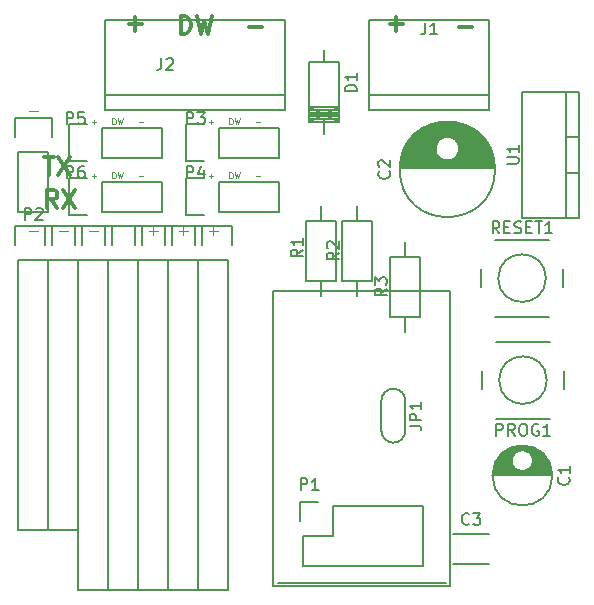
<source format=gto>
G04 #@! TF.GenerationSoftware,KiCad,Pcbnew,no-vcs-found-7587~57~ubuntu16.04.1*
G04 #@! TF.CreationDate,2017-02-03T16:46:45-05:00*
G04 #@! TF.ProjectId,esp8266,657370383236362E6B696361645F7063,rev?*
G04 #@! TF.FileFunction,Legend,Top*
G04 #@! TF.FilePolarity,Positive*
%FSLAX46Y46*%
G04 Gerber Fmt 4.6, Leading zero omitted, Abs format (unit mm)*
G04 Created by KiCad (PCBNEW no-vcs-found-7587~57~ubuntu16.04.1) date Fri Feb  3 16:46:45 2017*
%MOMM*%
%LPD*%
G01*
G04 APERTURE LIST*
%ADD10C,0.100000*%
%ADD11C,0.300000*%
%ADD12C,0.200000*%
%ADD13C,0.150000*%
G04 APERTURE END LIST*
D10*
X17399047Y-18321428D02*
X18160952Y-18321428D01*
X17780000Y-18702380D02*
X17780000Y-17940476D01*
X14859047Y-18321428D02*
X15620952Y-18321428D01*
X15240000Y-18702380D02*
X15240000Y-17940476D01*
X12319047Y-18321428D02*
X13080952Y-18321428D01*
X12700000Y-18702380D02*
X12700000Y-17940476D01*
X7239047Y-18321428D02*
X8000952Y-18321428D01*
X4699047Y-18321428D02*
X5460952Y-18321428D01*
X2159047Y-18321428D02*
X2920952Y-18321428D01*
X7473428Y-9141714D02*
X7854380Y-9141714D01*
X7663904Y-9332190D02*
X7663904Y-8951238D01*
X9235333Y-9332190D02*
X9235333Y-8832190D01*
X9354380Y-8832190D01*
X9425809Y-8856000D01*
X9473428Y-8903619D01*
X9497238Y-8951238D01*
X9521047Y-9046476D01*
X9521047Y-9117904D01*
X9497238Y-9213142D01*
X9473428Y-9260761D01*
X9425809Y-9308380D01*
X9354380Y-9332190D01*
X9235333Y-9332190D01*
X9687714Y-8832190D02*
X9806761Y-9332190D01*
X9902000Y-8975047D01*
X9997238Y-9332190D01*
X10116285Y-8832190D01*
X11449619Y-9141714D02*
X11830571Y-9141714D01*
X7473428Y-13713714D02*
X7854380Y-13713714D01*
X7663904Y-13904190D02*
X7663904Y-13523238D01*
X9235333Y-13904190D02*
X9235333Y-13404190D01*
X9354380Y-13404190D01*
X9425809Y-13428000D01*
X9473428Y-13475619D01*
X9497238Y-13523238D01*
X9521047Y-13618476D01*
X9521047Y-13689904D01*
X9497238Y-13785142D01*
X9473428Y-13832761D01*
X9425809Y-13880380D01*
X9354380Y-13904190D01*
X9235333Y-13904190D01*
X9687714Y-13404190D02*
X9806761Y-13904190D01*
X9902000Y-13547047D01*
X9997238Y-13904190D01*
X10116285Y-13404190D01*
X11449619Y-13713714D02*
X11830571Y-13713714D01*
X17379428Y-13713714D02*
X17760380Y-13713714D01*
X17569904Y-13904190D02*
X17569904Y-13523238D01*
X19141333Y-13904190D02*
X19141333Y-13404190D01*
X19260380Y-13404190D01*
X19331809Y-13428000D01*
X19379428Y-13475619D01*
X19403238Y-13523238D01*
X19427047Y-13618476D01*
X19427047Y-13689904D01*
X19403238Y-13785142D01*
X19379428Y-13832761D01*
X19331809Y-13880380D01*
X19260380Y-13904190D01*
X19141333Y-13904190D01*
X19593714Y-13404190D02*
X19712761Y-13904190D01*
X19808000Y-13547047D01*
X19903238Y-13904190D01*
X20022285Y-13404190D01*
X21355619Y-13713714D02*
X21736571Y-13713714D01*
X17379428Y-9141714D02*
X17760380Y-9141714D01*
X17569904Y-9332190D02*
X17569904Y-8951238D01*
X19141333Y-9332190D02*
X19141333Y-8832190D01*
X19260380Y-8832190D01*
X19331809Y-8856000D01*
X19379428Y-8903619D01*
X19403238Y-8951238D01*
X19427047Y-9046476D01*
X19427047Y-9117904D01*
X19403238Y-9213142D01*
X19379428Y-9260761D01*
X19331809Y-9308380D01*
X19260380Y-9332190D01*
X19141333Y-9332190D01*
X19593714Y-8832190D02*
X19712761Y-9332190D01*
X19808000Y-8975047D01*
X19903238Y-9332190D01*
X20022285Y-8832190D01*
X21355619Y-9141714D02*
X21736571Y-9141714D01*
X2159047Y-8161428D02*
X2920952Y-8161428D01*
D11*
X10604571Y-831142D02*
X11747428Y-831142D01*
X11176000Y-1402571D02*
X11176000Y-259714D01*
X15006000Y-1656571D02*
X15006000Y-156571D01*
X15363142Y-156571D01*
X15577428Y-228000D01*
X15720285Y-370857D01*
X15791714Y-513714D01*
X15863142Y-799428D01*
X15863142Y-1013714D01*
X15791714Y-1299428D01*
X15720285Y-1442285D01*
X15577428Y-1585142D01*
X15363142Y-1656571D01*
X15006000Y-1656571D01*
X16363142Y-156571D02*
X16720285Y-1656571D01*
X17006000Y-585142D01*
X17291714Y-1656571D01*
X17648857Y-156571D01*
X20764571Y-1085142D02*
X21907428Y-1085142D01*
X32702571Y-831142D02*
X33845428Y-831142D01*
X33274000Y-1402571D02*
X33274000Y-259714D01*
X38544571Y-1085142D02*
X39687428Y-1085142D01*
X4576000Y-16388571D02*
X4076000Y-15674285D01*
X3718857Y-16388571D02*
X3718857Y-14888571D01*
X4290285Y-14888571D01*
X4433142Y-14960000D01*
X4504571Y-15031428D01*
X4576000Y-15174285D01*
X4576000Y-15388571D01*
X4504571Y-15531428D01*
X4433142Y-15602857D01*
X4290285Y-15674285D01*
X3718857Y-15674285D01*
X5076000Y-14888571D02*
X6076000Y-16388571D01*
X6076000Y-14888571D02*
X5076000Y-16388571D01*
X3429142Y-12094571D02*
X4286285Y-12094571D01*
X3857714Y-13594571D02*
X3857714Y-12094571D01*
X4643428Y-12094571D02*
X5643428Y-13594571D01*
X5643428Y-12094571D02*
X4643428Y-13594571D01*
D12*
X22834000Y-23424000D02*
X22834000Y-48424000D01*
X37834000Y-23424000D02*
X22834000Y-23424000D01*
X37834000Y-48424000D02*
X37834000Y-23424000D01*
X22834000Y-48424000D02*
X37834000Y-48424000D01*
X23214000Y-48124000D02*
X37514000Y-48124000D01*
D13*
X27940000Y-41618000D02*
X35560000Y-41618000D01*
X35560000Y-41618000D02*
X35560000Y-46698000D01*
X35560000Y-46698000D02*
X25400000Y-46698000D01*
X25400000Y-46698000D02*
X25400000Y-44158000D01*
X26670000Y-41338000D02*
X25120000Y-41338000D01*
X25400000Y-44158000D02*
X27940000Y-44158000D01*
X27940000Y-44158000D02*
X27940000Y-41618000D01*
X25120000Y-41338000D02*
X25120000Y-42888000D01*
X16510000Y-20790000D02*
X16510000Y-48730000D01*
X16510000Y-48730000D02*
X13970000Y-48730000D01*
X13970000Y-48730000D02*
X13970000Y-20790000D01*
X16790000Y-17970000D02*
X16790000Y-19520000D01*
X16510000Y-20790000D02*
X13970000Y-20790000D01*
X13690000Y-19520000D02*
X13690000Y-17970000D01*
X13690000Y-17970000D02*
X16790000Y-17970000D01*
X13970000Y-20790000D02*
X13970000Y-48730000D01*
X13970000Y-48730000D02*
X11430000Y-48730000D01*
X11430000Y-48730000D02*
X11430000Y-20790000D01*
X14250000Y-17970000D02*
X14250000Y-19520000D01*
X13970000Y-20790000D02*
X11430000Y-20790000D01*
X11150000Y-19520000D02*
X11150000Y-17970000D01*
X11150000Y-17970000D02*
X14250000Y-17970000D01*
X11430000Y-20790000D02*
X11430000Y-48730000D01*
X11430000Y-48730000D02*
X8890000Y-48730000D01*
X8890000Y-48730000D02*
X8890000Y-20790000D01*
X11710000Y-17970000D02*
X11710000Y-19520000D01*
X11430000Y-20790000D02*
X8890000Y-20790000D01*
X8610000Y-19520000D02*
X8610000Y-17970000D01*
X8610000Y-17970000D02*
X11710000Y-17970000D01*
X8890000Y-20790000D02*
X8890000Y-48730000D01*
X8890000Y-48730000D02*
X6350000Y-48730000D01*
X6350000Y-48730000D02*
X6350000Y-20790000D01*
X9170000Y-17970000D02*
X9170000Y-19520000D01*
X8890000Y-20790000D02*
X6350000Y-20790000D01*
X6070000Y-19520000D02*
X6070000Y-17970000D01*
X6070000Y-17970000D02*
X9170000Y-17970000D01*
X6350000Y-20790000D02*
X6350000Y-43650000D01*
X6350000Y-43650000D02*
X3810000Y-43650000D01*
X3810000Y-43650000D02*
X3810000Y-20790000D01*
X6630000Y-17970000D02*
X6630000Y-19520000D01*
X6350000Y-20790000D02*
X3810000Y-20790000D01*
X3530000Y-19520000D02*
X3530000Y-17970000D01*
X3530000Y-17970000D02*
X6630000Y-17970000D01*
X16230000Y-17970000D02*
X19330000Y-17970000D01*
X16230000Y-19520000D02*
X16230000Y-17970000D01*
X19050000Y-20790000D02*
X16510000Y-20790000D01*
X19330000Y-17970000D02*
X19330000Y-19520000D01*
X16510000Y-48730000D02*
X16510000Y-20790000D01*
X19050000Y-48730000D02*
X16510000Y-48730000D01*
X19050000Y-20790000D02*
X19050000Y-48730000D01*
X990000Y-17970000D02*
X4090000Y-17970000D01*
X990000Y-19520000D02*
X990000Y-17970000D01*
X3810000Y-20790000D02*
X1270000Y-20790000D01*
X4090000Y-17970000D02*
X4090000Y-19520000D01*
X1270000Y-43650000D02*
X1270000Y-20790000D01*
X3810000Y-43650000D02*
X1270000Y-43650000D01*
X3810000Y-20790000D02*
X3810000Y-43650000D01*
X41443000Y-38983000D02*
X46441000Y-38983000D01*
X41451000Y-38843000D02*
X46433000Y-38843000D01*
X41467000Y-38703000D02*
X43847000Y-38703000D01*
X44037000Y-38703000D02*
X46417000Y-38703000D01*
X41491000Y-38563000D02*
X43452000Y-38563000D01*
X44432000Y-38563000D02*
X46393000Y-38563000D01*
X41524000Y-38423000D02*
X43285000Y-38423000D01*
X44599000Y-38423000D02*
X46360000Y-38423000D01*
X41565000Y-38283000D02*
X43178000Y-38283000D01*
X44706000Y-38283000D02*
X46319000Y-38283000D01*
X41615000Y-38143000D02*
X43107000Y-38143000D01*
X44777000Y-38143000D02*
X46269000Y-38143000D01*
X41676000Y-38003000D02*
X43063000Y-38003000D01*
X44821000Y-38003000D02*
X46208000Y-38003000D01*
X41746000Y-37863000D02*
X43044000Y-37863000D01*
X44840000Y-37863000D02*
X46138000Y-37863000D01*
X41828000Y-37723000D02*
X43046000Y-37723000D01*
X44838000Y-37723000D02*
X46056000Y-37723000D01*
X41923000Y-37583000D02*
X43071000Y-37583000D01*
X44813000Y-37583000D02*
X45961000Y-37583000D01*
X42034000Y-37443000D02*
X43119000Y-37443000D01*
X44765000Y-37443000D02*
X45850000Y-37443000D01*
X42162000Y-37303000D02*
X43197000Y-37303000D01*
X44687000Y-37303000D02*
X45722000Y-37303000D01*
X42311000Y-37163000D02*
X43314000Y-37163000D01*
X44570000Y-37163000D02*
X45573000Y-37163000D01*
X42490000Y-37023000D02*
X43502000Y-37023000D01*
X44382000Y-37023000D02*
X45394000Y-37023000D01*
X42709000Y-36883000D02*
X45175000Y-36883000D01*
X42998000Y-36743000D02*
X44886000Y-36743000D01*
X43470000Y-36603000D02*
X44414000Y-36603000D01*
X44842000Y-37808000D02*
G75*
G03X44842000Y-37808000I-900000J0D01*
G01*
X46479500Y-39058000D02*
G75*
G03X46479500Y-39058000I-2537500J0D01*
G01*
X27178000Y-4026000D02*
X27178000Y-3010000D01*
X27178000Y-8852000D02*
X27178000Y-10122000D01*
X25908000Y-8598000D02*
X28448000Y-8598000D01*
X25908000Y-8344000D02*
X28448000Y-8344000D01*
X25908000Y-8090000D02*
X28448000Y-8090000D01*
X25908000Y-8852000D02*
X28448000Y-8852000D01*
X25908000Y-7836000D02*
X28448000Y-9106000D01*
X25908000Y-9106000D02*
X28448000Y-7836000D01*
X25908000Y-7836000D02*
X28448000Y-7836000D01*
X25908000Y-8471000D02*
X28448000Y-8471000D01*
X28448000Y-9106000D02*
X25908000Y-9106000D01*
X25908000Y-9106000D02*
X25908000Y-4026000D01*
X25908000Y-4026000D02*
X28448000Y-4026000D01*
X28448000Y-4026000D02*
X28448000Y-9106000D01*
X8636000Y-8090000D02*
X8636000Y-470000D01*
X23876000Y-8090000D02*
X23876000Y-470000D01*
X8636000Y-6820000D02*
X23876000Y-6820000D01*
X8636000Y-470000D02*
X23876000Y-470000D01*
X8636000Y-8090000D02*
X23876000Y-8090000D01*
X1270000Y-11646000D02*
X1270000Y-16726000D01*
X1270000Y-16726000D02*
X3810000Y-16726000D01*
X3810000Y-16726000D02*
X3810000Y-11646000D01*
X4090000Y-8826000D02*
X4090000Y-10376000D01*
X3810000Y-11646000D02*
X1270000Y-11646000D01*
X990000Y-10376000D02*
X990000Y-8826000D01*
X990000Y-8826000D02*
X4090000Y-8826000D01*
X48768000Y-10376000D02*
X47625000Y-10376000D01*
X48768000Y-13424000D02*
X47625000Y-13424000D01*
X47625000Y-17234000D02*
X43942000Y-17234000D01*
X43942000Y-17234000D02*
X43942000Y-6566000D01*
X43942000Y-6566000D02*
X47625000Y-6566000D01*
X48768000Y-17234000D02*
X47625000Y-17234000D01*
X47625000Y-17234000D02*
X47625000Y-6566000D01*
X47625000Y-6566000D02*
X48768000Y-6566000D01*
X48768000Y-11900000D02*
X48768000Y-6566000D01*
X48768000Y-11900000D02*
X48768000Y-17234000D01*
X33593000Y-13067000D02*
X41591000Y-13067000D01*
X33598000Y-12927000D02*
X41586000Y-12927000D01*
X33608000Y-12787000D02*
X41576000Y-12787000D01*
X33623000Y-12647000D02*
X41561000Y-12647000D01*
X33643000Y-12507000D02*
X41541000Y-12507000D01*
X33668000Y-12367000D02*
X37370000Y-12367000D01*
X37814000Y-12367000D02*
X41516000Y-12367000D01*
X33698000Y-12227000D02*
X37042000Y-12227000D01*
X38142000Y-12227000D02*
X41486000Y-12227000D01*
X33734000Y-12087000D02*
X36873000Y-12087000D01*
X38311000Y-12087000D02*
X41450000Y-12087000D01*
X33775000Y-11947000D02*
X36760000Y-11947000D01*
X38424000Y-11947000D02*
X41409000Y-11947000D01*
X33821000Y-11807000D02*
X36682000Y-11807000D01*
X38502000Y-11807000D02*
X41363000Y-11807000D01*
X33874000Y-11667000D02*
X36631000Y-11667000D01*
X38553000Y-11667000D02*
X41310000Y-11667000D01*
X33933000Y-11527000D02*
X36601000Y-11527000D01*
X38583000Y-11527000D02*
X41251000Y-11527000D01*
X33998000Y-11387000D02*
X36592000Y-11387000D01*
X38592000Y-11387000D02*
X41186000Y-11387000D01*
X34069000Y-11247000D02*
X36603000Y-11247000D01*
X38581000Y-11247000D02*
X41115000Y-11247000D01*
X34148000Y-11107000D02*
X36633000Y-11107000D01*
X38551000Y-11107000D02*
X41036000Y-11107000D01*
X34235000Y-10967000D02*
X36687000Y-10967000D01*
X38497000Y-10967000D02*
X40949000Y-10967000D01*
X34330000Y-10827000D02*
X36767000Y-10827000D01*
X38417000Y-10827000D02*
X40854000Y-10827000D01*
X34434000Y-10687000D02*
X36883000Y-10687000D01*
X38301000Y-10687000D02*
X40750000Y-10687000D01*
X34548000Y-10547000D02*
X37057000Y-10547000D01*
X38127000Y-10547000D02*
X40636000Y-10547000D01*
X34673000Y-10407000D02*
X37419000Y-10407000D01*
X37765000Y-10407000D02*
X40511000Y-10407000D01*
X34811000Y-10267000D02*
X40373000Y-10267000D01*
X34963000Y-10127000D02*
X40221000Y-10127000D01*
X35133000Y-9987000D02*
X40051000Y-9987000D01*
X35324000Y-9847000D02*
X39860000Y-9847000D01*
X35542000Y-9707000D02*
X39642000Y-9707000D01*
X35798000Y-9567000D02*
X39386000Y-9567000D01*
X36109000Y-9427000D02*
X39075000Y-9427000D01*
X36525000Y-9287000D02*
X38659000Y-9287000D01*
X37392000Y-9147000D02*
X37792000Y-9147000D01*
X38592000Y-11392000D02*
G75*
G03X38592000Y-11392000I-1000000J0D01*
G01*
X41629500Y-13142000D02*
G75*
G03X41629500Y-13142000I-4037500J0D01*
G01*
X18288000Y-12154000D02*
X18288000Y-9614000D01*
X23368000Y-12154000D02*
X18288000Y-12154000D01*
X23368000Y-9614000D02*
X23368000Y-12154000D01*
X18288000Y-9614000D02*
X23368000Y-9614000D01*
X15468000Y-12434000D02*
X17018000Y-12434000D01*
X15468000Y-9334000D02*
X15468000Y-12434000D01*
X17018000Y-9334000D02*
X15468000Y-9334000D01*
X17018000Y-13906000D02*
X15468000Y-13906000D01*
X15468000Y-13906000D02*
X15468000Y-17006000D01*
X15468000Y-17006000D02*
X17018000Y-17006000D01*
X18288000Y-14186000D02*
X23368000Y-14186000D01*
X23368000Y-14186000D02*
X23368000Y-16726000D01*
X23368000Y-16726000D02*
X18288000Y-16726000D01*
X18288000Y-16726000D02*
X18288000Y-14186000D01*
X8382000Y-12154000D02*
X8382000Y-9614000D01*
X13462000Y-12154000D02*
X8382000Y-12154000D01*
X13462000Y-9614000D02*
X13462000Y-12154000D01*
X8382000Y-9614000D02*
X13462000Y-9614000D01*
X5562000Y-12434000D02*
X7112000Y-12434000D01*
X5562000Y-9334000D02*
X5562000Y-12434000D01*
X7112000Y-9334000D02*
X5562000Y-9334000D01*
X7112000Y-13906000D02*
X5562000Y-13906000D01*
X5562000Y-13906000D02*
X5562000Y-17006000D01*
X5562000Y-17006000D02*
X7112000Y-17006000D01*
X8382000Y-14186000D02*
X13462000Y-14186000D01*
X13462000Y-14186000D02*
X13462000Y-16726000D01*
X13462000Y-16726000D02*
X8382000Y-16726000D01*
X8382000Y-16726000D02*
X8382000Y-14186000D01*
X32004000Y-35268000D02*
X32004000Y-32728000D01*
X34036000Y-35268000D02*
X34036000Y-32728000D01*
X32004000Y-35268000D02*
G75*
G03X33020000Y-36284000I1016000J0D01*
G01*
X33020000Y-36284000D02*
G75*
G03X34036000Y-35268000I0J1016000D01*
G01*
X33020000Y-31712000D02*
G75*
G03X32004000Y-32728000I0J-1016000D01*
G01*
X34036000Y-32728000D02*
G75*
G03X33020000Y-31712000I-1016000J0D01*
G01*
X40494000Y-30236000D02*
X40494000Y-31736000D01*
X41744000Y-34236000D02*
X46244000Y-34236000D01*
X47494000Y-31736000D02*
X47494000Y-30236000D01*
X46244000Y-27736000D02*
X41744000Y-27736000D01*
X46009564Y-30986000D02*
G75*
G03X46009564Y-30986000I-2015564J0D01*
G01*
X45930964Y-22350000D02*
G75*
G03X45930964Y-22350000I-2015564J0D01*
G01*
X41665400Y-25600000D02*
X46165400Y-25600000D01*
X40415400Y-21600000D02*
X40415400Y-23100000D01*
X46165400Y-19100000D02*
X41665400Y-19100000D01*
X47415400Y-23100000D02*
X47415400Y-21600000D01*
X30988000Y-8090000D02*
X41148000Y-8090000D01*
X30988000Y-470000D02*
X30988000Y-8090000D01*
X41148000Y-470000D02*
X30988000Y-470000D01*
X41148000Y-8090000D02*
X41148000Y-470000D01*
X41148000Y-6820000D02*
X30988000Y-6820000D01*
X25654000Y-22568000D02*
X25654000Y-17488000D01*
X25654000Y-17488000D02*
X28194000Y-17488000D01*
X28194000Y-17488000D02*
X28194000Y-22568000D01*
X28194000Y-22568000D02*
X25654000Y-22568000D01*
X26924000Y-22568000D02*
X26924000Y-23838000D01*
X26924000Y-17488000D02*
X26924000Y-16218000D01*
X29972000Y-17488000D02*
X29972000Y-16218000D01*
X29972000Y-22568000D02*
X29972000Y-23838000D01*
X31242000Y-22568000D02*
X28702000Y-22568000D01*
X31242000Y-17488000D02*
X31242000Y-22568000D01*
X28702000Y-17488000D02*
X31242000Y-17488000D01*
X28702000Y-22568000D02*
X28702000Y-17488000D01*
X35306000Y-20536000D02*
X35306000Y-25616000D01*
X35306000Y-25616000D02*
X32766000Y-25616000D01*
X32766000Y-25616000D02*
X32766000Y-20536000D01*
X32766000Y-20536000D02*
X35306000Y-20536000D01*
X34036000Y-20536000D02*
X34036000Y-19266000D01*
X34036000Y-25616000D02*
X34036000Y-26886000D01*
X38110000Y-44050000D02*
X41110000Y-44050000D01*
X41110000Y-46550000D02*
X38110000Y-46550000D01*
X25169904Y-40292380D02*
X25169904Y-39292380D01*
X25550857Y-39292380D01*
X25646095Y-39340000D01*
X25693714Y-39387619D01*
X25741333Y-39482857D01*
X25741333Y-39625714D01*
X25693714Y-39720952D01*
X25646095Y-39768571D01*
X25550857Y-39816190D01*
X25169904Y-39816190D01*
X26693714Y-40292380D02*
X26122285Y-40292380D01*
X26408000Y-40292380D02*
X26408000Y-39292380D01*
X26312761Y-39435238D01*
X26217523Y-39530476D01*
X26122285Y-39578095D01*
X47855142Y-39224666D02*
X47902761Y-39272285D01*
X47950380Y-39415142D01*
X47950380Y-39510380D01*
X47902761Y-39653238D01*
X47807523Y-39748476D01*
X47712285Y-39796095D01*
X47521809Y-39843714D01*
X47378952Y-39843714D01*
X47188476Y-39796095D01*
X47093238Y-39748476D01*
X46998000Y-39653238D01*
X46950380Y-39510380D01*
X46950380Y-39415142D01*
X46998000Y-39272285D01*
X47045619Y-39224666D01*
X47950380Y-38272285D02*
X47950380Y-38843714D01*
X47950380Y-38558000D02*
X46950380Y-38558000D01*
X47093238Y-38653238D01*
X47188476Y-38748476D01*
X47236095Y-38843714D01*
X29916380Y-6542095D02*
X28916380Y-6542095D01*
X28916380Y-6304000D01*
X28964000Y-6161142D01*
X29059238Y-6065904D01*
X29154476Y-6018285D01*
X29344952Y-5970666D01*
X29487809Y-5970666D01*
X29678285Y-6018285D01*
X29773523Y-6065904D01*
X29868761Y-6161142D01*
X29916380Y-6304000D01*
X29916380Y-6542095D01*
X29916380Y-5018285D02*
X29916380Y-5589714D01*
X29916380Y-5304000D02*
X28916380Y-5304000D01*
X29059238Y-5399238D01*
X29154476Y-5494476D01*
X29202095Y-5589714D01*
X13382666Y-3732380D02*
X13382666Y-4446666D01*
X13335047Y-4589523D01*
X13239809Y-4684761D01*
X13096952Y-4732380D01*
X13001714Y-4732380D01*
X13811238Y-3827619D02*
X13858857Y-3780000D01*
X13954095Y-3732380D01*
X14192190Y-3732380D01*
X14287428Y-3780000D01*
X14335047Y-3827619D01*
X14382666Y-3922857D01*
X14382666Y-4018095D01*
X14335047Y-4160952D01*
X13763619Y-4732380D01*
X14382666Y-4732380D01*
X1801904Y-17432380D02*
X1801904Y-16432380D01*
X2182857Y-16432380D01*
X2278095Y-16480000D01*
X2325714Y-16527619D01*
X2373333Y-16622857D01*
X2373333Y-16765714D01*
X2325714Y-16860952D01*
X2278095Y-16908571D01*
X2182857Y-16956190D01*
X1801904Y-16956190D01*
X2754285Y-16527619D02*
X2801904Y-16480000D01*
X2897142Y-16432380D01*
X3135238Y-16432380D01*
X3230476Y-16480000D01*
X3278095Y-16527619D01*
X3325714Y-16622857D01*
X3325714Y-16718095D01*
X3278095Y-16860952D01*
X2706666Y-17432380D01*
X3325714Y-17432380D01*
X42632380Y-12661904D02*
X43441904Y-12661904D01*
X43537142Y-12614285D01*
X43584761Y-12566666D01*
X43632380Y-12471428D01*
X43632380Y-12280952D01*
X43584761Y-12185714D01*
X43537142Y-12138095D01*
X43441904Y-12090476D01*
X42632380Y-12090476D01*
X43632380Y-11090476D02*
X43632380Y-11661904D01*
X43632380Y-11376190D02*
X42632380Y-11376190D01*
X42775238Y-11471428D01*
X42870476Y-11566666D01*
X42918095Y-11661904D01*
X32649142Y-13308666D02*
X32696761Y-13356285D01*
X32744380Y-13499142D01*
X32744380Y-13594380D01*
X32696761Y-13737238D01*
X32601523Y-13832476D01*
X32506285Y-13880095D01*
X32315809Y-13927714D01*
X32172952Y-13927714D01*
X31982476Y-13880095D01*
X31887238Y-13832476D01*
X31792000Y-13737238D01*
X31744380Y-13594380D01*
X31744380Y-13499142D01*
X31792000Y-13356285D01*
X31839619Y-13308666D01*
X31839619Y-12927714D02*
X31792000Y-12880095D01*
X31744380Y-12784857D01*
X31744380Y-12546761D01*
X31792000Y-12451523D01*
X31839619Y-12403904D01*
X31934857Y-12356285D01*
X32030095Y-12356285D01*
X32172952Y-12403904D01*
X32744380Y-12975333D01*
X32744380Y-12356285D01*
X15517904Y-9304380D02*
X15517904Y-8304380D01*
X15898857Y-8304380D01*
X15994095Y-8352000D01*
X16041714Y-8399619D01*
X16089333Y-8494857D01*
X16089333Y-8637714D01*
X16041714Y-8732952D01*
X15994095Y-8780571D01*
X15898857Y-8828190D01*
X15517904Y-8828190D01*
X16422666Y-8304380D02*
X17041714Y-8304380D01*
X16708380Y-8685333D01*
X16851238Y-8685333D01*
X16946476Y-8732952D01*
X16994095Y-8780571D01*
X17041714Y-8875809D01*
X17041714Y-9113904D01*
X16994095Y-9209142D01*
X16946476Y-9256761D01*
X16851238Y-9304380D01*
X16565523Y-9304380D01*
X16470285Y-9256761D01*
X16422666Y-9209142D01*
X15517904Y-13876380D02*
X15517904Y-12876380D01*
X15898857Y-12876380D01*
X15994095Y-12924000D01*
X16041714Y-12971619D01*
X16089333Y-13066857D01*
X16089333Y-13209714D01*
X16041714Y-13304952D01*
X15994095Y-13352571D01*
X15898857Y-13400190D01*
X15517904Y-13400190D01*
X16946476Y-13209714D02*
X16946476Y-13876380D01*
X16708380Y-12828761D02*
X16470285Y-13543047D01*
X17089333Y-13543047D01*
X5357904Y-9304380D02*
X5357904Y-8304380D01*
X5738857Y-8304380D01*
X5834095Y-8352000D01*
X5881714Y-8399619D01*
X5929333Y-8494857D01*
X5929333Y-8637714D01*
X5881714Y-8732952D01*
X5834095Y-8780571D01*
X5738857Y-8828190D01*
X5357904Y-8828190D01*
X6834095Y-8304380D02*
X6357904Y-8304380D01*
X6310285Y-8780571D01*
X6357904Y-8732952D01*
X6453142Y-8685333D01*
X6691238Y-8685333D01*
X6786476Y-8732952D01*
X6834095Y-8780571D01*
X6881714Y-8875809D01*
X6881714Y-9113904D01*
X6834095Y-9209142D01*
X6786476Y-9256761D01*
X6691238Y-9304380D01*
X6453142Y-9304380D01*
X6357904Y-9256761D01*
X6310285Y-9209142D01*
X5357904Y-13876380D02*
X5357904Y-12876380D01*
X5738857Y-12876380D01*
X5834095Y-12924000D01*
X5881714Y-12971619D01*
X5929333Y-13066857D01*
X5929333Y-13209714D01*
X5881714Y-13304952D01*
X5834095Y-13352571D01*
X5738857Y-13400190D01*
X5357904Y-13400190D01*
X6786476Y-12876380D02*
X6596000Y-12876380D01*
X6500761Y-12924000D01*
X6453142Y-12971619D01*
X6357904Y-13114476D01*
X6310285Y-13304952D01*
X6310285Y-13685904D01*
X6357904Y-13781142D01*
X6405523Y-13828761D01*
X6500761Y-13876380D01*
X6691238Y-13876380D01*
X6786476Y-13828761D01*
X6834095Y-13781142D01*
X6881714Y-13685904D01*
X6881714Y-13447809D01*
X6834095Y-13352571D01*
X6786476Y-13304952D01*
X6691238Y-13257333D01*
X6500761Y-13257333D01*
X6405523Y-13304952D01*
X6357904Y-13352571D01*
X6310285Y-13447809D01*
X34392620Y-34861813D02*
X35106906Y-34861813D01*
X35249763Y-34909432D01*
X35345001Y-35004670D01*
X35392620Y-35147527D01*
X35392620Y-35242765D01*
X35392620Y-34385622D02*
X34392620Y-34385622D01*
X34392620Y-34004670D01*
X34440240Y-33909432D01*
X34487859Y-33861813D01*
X34583097Y-33814194D01*
X34725954Y-33814194D01*
X34821192Y-33861813D01*
X34868811Y-33909432D01*
X34916430Y-34004670D01*
X34916430Y-34385622D01*
X35392620Y-32861813D02*
X35392620Y-33433241D01*
X35392620Y-33147527D02*
X34392620Y-33147527D01*
X34535478Y-33242765D01*
X34630716Y-33338003D01*
X34678335Y-33433241D01*
X41732095Y-35688380D02*
X41732095Y-34688380D01*
X42113047Y-34688380D01*
X42208285Y-34736000D01*
X42255904Y-34783619D01*
X42303523Y-34878857D01*
X42303523Y-35021714D01*
X42255904Y-35116952D01*
X42208285Y-35164571D01*
X42113047Y-35212190D01*
X41732095Y-35212190D01*
X43303523Y-35688380D02*
X42970190Y-35212190D01*
X42732095Y-35688380D02*
X42732095Y-34688380D01*
X43113047Y-34688380D01*
X43208285Y-34736000D01*
X43255904Y-34783619D01*
X43303523Y-34878857D01*
X43303523Y-35021714D01*
X43255904Y-35116952D01*
X43208285Y-35164571D01*
X43113047Y-35212190D01*
X42732095Y-35212190D01*
X43922571Y-34688380D02*
X44113047Y-34688380D01*
X44208285Y-34736000D01*
X44303523Y-34831238D01*
X44351142Y-35021714D01*
X44351142Y-35355047D01*
X44303523Y-35545523D01*
X44208285Y-35640761D01*
X44113047Y-35688380D01*
X43922571Y-35688380D01*
X43827333Y-35640761D01*
X43732095Y-35545523D01*
X43684476Y-35355047D01*
X43684476Y-35021714D01*
X43732095Y-34831238D01*
X43827333Y-34736000D01*
X43922571Y-34688380D01*
X45303523Y-34736000D02*
X45208285Y-34688380D01*
X45065428Y-34688380D01*
X44922571Y-34736000D01*
X44827333Y-34831238D01*
X44779714Y-34926476D01*
X44732095Y-35116952D01*
X44732095Y-35259809D01*
X44779714Y-35450285D01*
X44827333Y-35545523D01*
X44922571Y-35640761D01*
X45065428Y-35688380D01*
X45160666Y-35688380D01*
X45303523Y-35640761D01*
X45351142Y-35593142D01*
X45351142Y-35259809D01*
X45160666Y-35259809D01*
X46303523Y-35688380D02*
X45732095Y-35688380D01*
X46017809Y-35688380D02*
X46017809Y-34688380D01*
X45922571Y-34831238D01*
X45827333Y-34926476D01*
X45732095Y-34974095D01*
X41986828Y-18552380D02*
X41653495Y-18076190D01*
X41415400Y-18552380D02*
X41415400Y-17552380D01*
X41796352Y-17552380D01*
X41891590Y-17600000D01*
X41939209Y-17647619D01*
X41986828Y-17742857D01*
X41986828Y-17885714D01*
X41939209Y-17980952D01*
X41891590Y-18028571D01*
X41796352Y-18076190D01*
X41415400Y-18076190D01*
X42415400Y-18028571D02*
X42748733Y-18028571D01*
X42891590Y-18552380D02*
X42415400Y-18552380D01*
X42415400Y-17552380D01*
X42891590Y-17552380D01*
X43272542Y-18504761D02*
X43415400Y-18552380D01*
X43653495Y-18552380D01*
X43748733Y-18504761D01*
X43796352Y-18457142D01*
X43843971Y-18361904D01*
X43843971Y-18266666D01*
X43796352Y-18171428D01*
X43748733Y-18123809D01*
X43653495Y-18076190D01*
X43463019Y-18028571D01*
X43367780Y-17980952D01*
X43320161Y-17933333D01*
X43272542Y-17838095D01*
X43272542Y-17742857D01*
X43320161Y-17647619D01*
X43367780Y-17600000D01*
X43463019Y-17552380D01*
X43701114Y-17552380D01*
X43843971Y-17600000D01*
X44272542Y-18028571D02*
X44605876Y-18028571D01*
X44748733Y-18552380D02*
X44272542Y-18552380D01*
X44272542Y-17552380D01*
X44748733Y-17552380D01*
X45034447Y-17552380D02*
X45605876Y-17552380D01*
X45320161Y-18552380D02*
X45320161Y-17552380D01*
X46463019Y-18552380D02*
X45891590Y-18552380D01*
X46177304Y-18552380D02*
X46177304Y-17552380D01*
X46082066Y-17695238D01*
X45986828Y-17790476D01*
X45891590Y-17838095D01*
X35734666Y-722380D02*
X35734666Y-1436666D01*
X35687047Y-1579523D01*
X35591809Y-1674761D01*
X35448952Y-1722380D01*
X35353714Y-1722380D01*
X36734666Y-1722380D02*
X36163238Y-1722380D01*
X36448952Y-1722380D02*
X36448952Y-722380D01*
X36353714Y-865238D01*
X36258476Y-960476D01*
X36163238Y-1008095D01*
X25344380Y-19940666D02*
X24868190Y-20274000D01*
X25344380Y-20512095D02*
X24344380Y-20512095D01*
X24344380Y-20131142D01*
X24392000Y-20035904D01*
X24439619Y-19988285D01*
X24534857Y-19940666D01*
X24677714Y-19940666D01*
X24772952Y-19988285D01*
X24820571Y-20035904D01*
X24868190Y-20131142D01*
X24868190Y-20512095D01*
X25344380Y-18988285D02*
X25344380Y-19559714D01*
X25344380Y-19274000D02*
X24344380Y-19274000D01*
X24487238Y-19369238D01*
X24582476Y-19464476D01*
X24630095Y-19559714D01*
X28392380Y-20194666D02*
X27916190Y-20528000D01*
X28392380Y-20766095D02*
X27392380Y-20766095D01*
X27392380Y-20385142D01*
X27440000Y-20289904D01*
X27487619Y-20242285D01*
X27582857Y-20194666D01*
X27725714Y-20194666D01*
X27820952Y-20242285D01*
X27868571Y-20289904D01*
X27916190Y-20385142D01*
X27916190Y-20766095D01*
X27487619Y-19813714D02*
X27440000Y-19766095D01*
X27392380Y-19670857D01*
X27392380Y-19432761D01*
X27440000Y-19337523D01*
X27487619Y-19289904D01*
X27582857Y-19242285D01*
X27678095Y-19242285D01*
X27820952Y-19289904D01*
X28392380Y-19861333D01*
X28392380Y-19242285D01*
X32456380Y-23242666D02*
X31980190Y-23576000D01*
X32456380Y-23814095D02*
X31456380Y-23814095D01*
X31456380Y-23433142D01*
X31504000Y-23337904D01*
X31551619Y-23290285D01*
X31646857Y-23242666D01*
X31789714Y-23242666D01*
X31884952Y-23290285D01*
X31932571Y-23337904D01*
X31980190Y-23433142D01*
X31980190Y-23814095D01*
X31456380Y-22909333D02*
X31456380Y-22290285D01*
X31837333Y-22623619D01*
X31837333Y-22480761D01*
X31884952Y-22385523D01*
X31932571Y-22337904D01*
X32027809Y-22290285D01*
X32265904Y-22290285D01*
X32361142Y-22337904D01*
X32408761Y-22385523D01*
X32456380Y-22480761D01*
X32456380Y-22766476D01*
X32408761Y-22861714D01*
X32361142Y-22909333D01*
X39443333Y-43157142D02*
X39395714Y-43204761D01*
X39252857Y-43252380D01*
X39157619Y-43252380D01*
X39014761Y-43204761D01*
X38919523Y-43109523D01*
X38871904Y-43014285D01*
X38824285Y-42823809D01*
X38824285Y-42680952D01*
X38871904Y-42490476D01*
X38919523Y-42395238D01*
X39014761Y-42300000D01*
X39157619Y-42252380D01*
X39252857Y-42252380D01*
X39395714Y-42300000D01*
X39443333Y-42347619D01*
X39776666Y-42252380D02*
X40395714Y-42252380D01*
X40062380Y-42633333D01*
X40205238Y-42633333D01*
X40300476Y-42680952D01*
X40348095Y-42728571D01*
X40395714Y-42823809D01*
X40395714Y-43061904D01*
X40348095Y-43157142D01*
X40300476Y-43204761D01*
X40205238Y-43252380D01*
X39919523Y-43252380D01*
X39824285Y-43204761D01*
X39776666Y-43157142D01*
M02*

</source>
